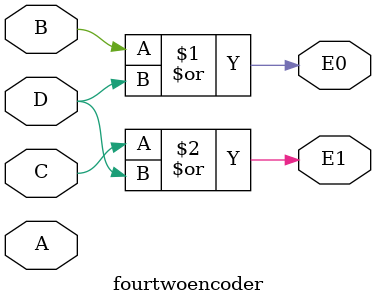
<source format=v>
`timescale 1ns / 1ps


module fourtwoencoder(
    input A, B, C, D,
    output E0, E1
    );
    
    assign E0=B|D;
    assign E1=C|D;
    
endmodule

</source>
